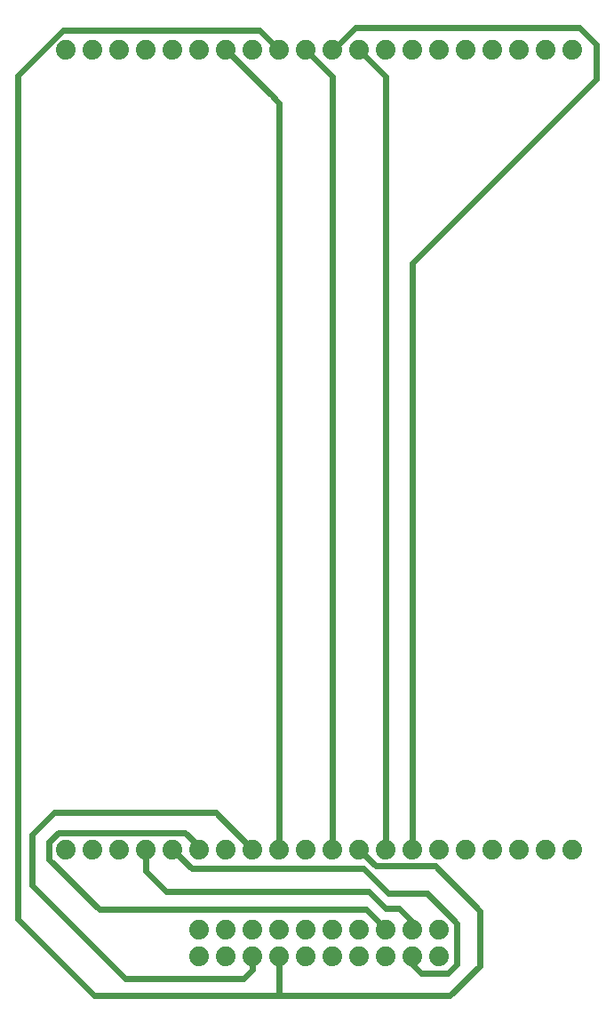
<source format=gbr>
G04 EAGLE Gerber RS-274X export*
G75*
%MOMM*%
%FSLAX34Y34*%
%LPD*%
%INTop Copper*%
%IPPOS*%
%AMOC8*
5,1,8,0,0,1.08239X$1,22.5*%
G01*
%ADD10C,1.879600*%
%ADD11C,0.609600*%


D10*
X76200Y165100D03*
X101600Y165100D03*
X127000Y165100D03*
X152400Y165100D03*
X177800Y165100D03*
X203200Y165100D03*
X228600Y165100D03*
X254000Y165100D03*
X279400Y165100D03*
X304800Y165100D03*
X330200Y165100D03*
X355600Y165100D03*
X381000Y165100D03*
X406400Y165100D03*
X431800Y165100D03*
X457200Y165100D03*
X482600Y165100D03*
X508000Y165100D03*
X533400Y165100D03*
X558800Y165100D03*
X76200Y927100D03*
X101600Y927100D03*
X127000Y927100D03*
X152400Y927100D03*
X177800Y927100D03*
X203200Y927100D03*
X228600Y927100D03*
X254000Y927100D03*
X279400Y927100D03*
X304800Y927100D03*
X330200Y927100D03*
X355600Y927100D03*
X381000Y927100D03*
X406400Y927100D03*
X431800Y927100D03*
X457200Y927100D03*
X482600Y927100D03*
X508000Y927100D03*
X533400Y927100D03*
X558800Y927100D03*
X203200Y63500D03*
X203200Y88900D03*
X228600Y63500D03*
X228600Y88900D03*
X254000Y63500D03*
X254000Y88900D03*
X279400Y63500D03*
X279400Y88900D03*
X304800Y63500D03*
X304800Y88900D03*
X330200Y63500D03*
X330200Y88900D03*
X355600Y63500D03*
X355600Y88900D03*
X381000Y63500D03*
X381000Y88900D03*
X406400Y63500D03*
X406400Y88900D03*
X431800Y63500D03*
X431800Y88900D03*
D11*
X383794Y123190D02*
X360172Y146812D01*
X383794Y123190D02*
X420878Y123190D01*
X449072Y94996D01*
X449072Y56134D01*
X440436Y47498D01*
X196088Y146812D02*
X177800Y165100D01*
X196088Y146812D02*
X360172Y146812D01*
X406400Y63500D02*
X406400Y55880D01*
X414782Y47498D01*
X440436Y47498D01*
X189992Y181356D02*
X69088Y181356D01*
X60452Y172720D01*
X60452Y155448D01*
X107950Y107950D01*
X362712Y107950D01*
X203200Y165100D02*
X203200Y168148D01*
X189992Y181356D01*
X362712Y107950D02*
X381000Y89662D01*
X381000Y88900D01*
X132588Y42418D02*
X44196Y130810D01*
X44196Y179578D01*
X64770Y200152D01*
X218948Y200152D02*
X254000Y165100D01*
X218948Y200152D02*
X64770Y200152D01*
X254000Y63500D02*
X254000Y50800D01*
X245618Y42418D02*
X132588Y42418D01*
X245618Y42418D02*
X254000Y50800D01*
X273050Y882650D02*
X228600Y927100D01*
X273050Y882650D02*
X276352Y879348D01*
X279400Y876300D02*
X279400Y165100D01*
X279400Y876300D02*
X276352Y879348D01*
X330200Y901700D02*
X330200Y165100D01*
X330200Y901700D02*
X304800Y927100D01*
X470408Y106934D02*
X470408Y54356D01*
X470408Y106934D02*
X427990Y149352D01*
X30480Y902716D02*
X73406Y945642D01*
X30480Y902716D02*
X30480Y98552D01*
X102870Y26162D01*
X279400Y26162D01*
X442214Y26162D01*
X470408Y54356D01*
X279400Y63500D02*
X279400Y26162D01*
X371348Y149352D02*
X427990Y149352D01*
X279400Y927100D02*
X260858Y945642D01*
X73406Y945642D01*
X355600Y165100D02*
X371348Y149352D01*
X381000Y165100D02*
X381000Y901700D01*
X355600Y927100D01*
X406400Y723900D02*
X581914Y899414D01*
X581914Y931926D01*
X565658Y948182D01*
X352298Y948182D01*
X332486Y928370D01*
X330200Y927100D01*
X406400Y723900D02*
X406400Y165100D01*
X152400Y165100D02*
X152400Y144780D01*
X171704Y125476D01*
X364744Y125476D02*
X381000Y109220D01*
X393700Y109220D01*
X406400Y96520D01*
X406400Y88900D01*
X364744Y125476D02*
X171704Y125476D01*
M02*

</source>
